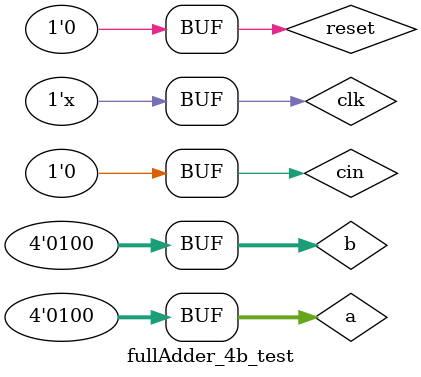
<source format=v>
`timescale 1ns / 1ps


module fullAdder_4b_test;

	// Inputs
	reg [3:0] a;
	reg [3:0] b;
	reg cin;
	reg clk;
	reg reset;

	// Outputs
	wire [7:0] sseg;
	wire [3:0] AN;

	// Instantiate the Unit Under Test (UUT)
	fullAdder_4b uut (
		.a(a),
		.b(b),
		.cin(cin),
		.clk(clk),
		.reset(reset),
		.sseg(sseg),
		.AN(AN)
	);

	initial begin
		// Initialize Inputs
		a = 0;
		b = 0;
		cin = 0;
		clk = 0;
		reset = 0;

		// Add stimulus here						Entrada									Salida
	//	#100 a = 4'd02; b = 4'd06;	//	a = 2, b = 6, cin = 0		sseg = 8, cout = 0
		//#100 a = 4'd10; b = 4'd05;	//	a = 10, b = 5, cin = 0	sseg = 15, cout = 0
		//#100 a = 4'd13; b = 4'd03;	//	a = 13, b = 3, cin = 0	sseg = 16, cout = 1
		//#100 a = 4'd14; b = 4'd11;	//	a = 14, b = 11, cin = 0	sseg = 25, cout = 1

		// -------------------------------------------------------------------------
		// ENTRADA:	a = 0, b = 1, cin = 0
		// SALIDA:	AN = 1110, sseg = 1, cout = 0
		#100 a = 4'd00; b = 4'd01;
		// -------------------------------------------------------------------------
		// ENTRADA:	a = 3, b = 2, cin = 0
		// SALIDA:	AN = 1110, sseg = 5, cout = 0
		#100 a = 4'd03; b = 4'd02;
		// -------------------------------------------------------------------------
		// ENTRADA:	a = 2, b = 6, cin = 0
		// SALIDA:	AN = 1110, sseg = 8, cout = 0
		#100 a = 4'd02; b = 4'd06;
		// -------------------------------------------------------------------------
		// ENTRADA:	a = 4, b = 4, cin = 0
		// SALIDA:	AN = 1110, sseg = 8, cout = 0
		#100 a = 4'd04; b = 4'd04;
	end

	always begin
		#10 clk = ~clk;
	end

endmodule

</source>
